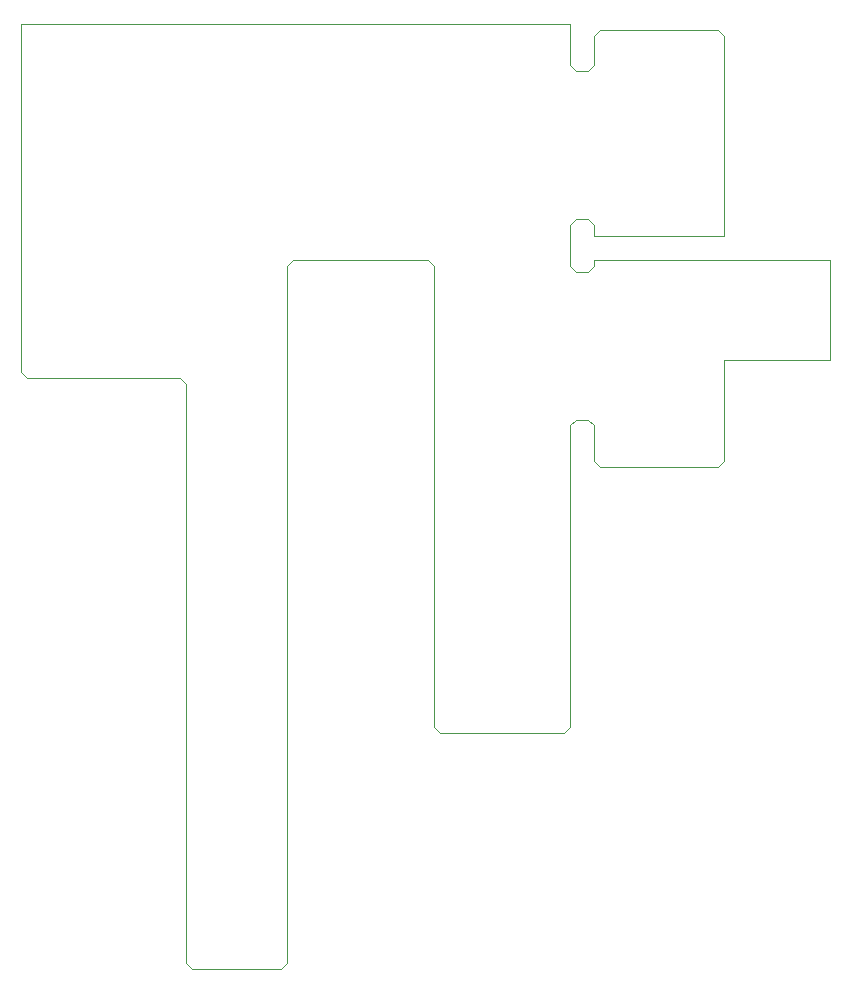
<source format=gm1>
G04 #@! TF.GenerationSoftware,KiCad,Pcbnew,(6.0.10-0)*
G04 #@! TF.CreationDate,2024-01-08T12:33:33+09:00*
G04 #@! TF.ProjectId,AutoFeeder_Drum-type,4175746f-4665-4656-9465-725f4472756d,02*
G04 #@! TF.SameCoordinates,Original*
G04 #@! TF.FileFunction,Profile,NP*
%FSLAX46Y46*%
G04 Gerber Fmt 4.6, Leading zero omitted, Abs format (unit mm)*
G04 Created by KiCad (PCBNEW (6.0.10-0)) date 2024-01-08 12:33:33*
%MOMM*%
%LPD*%
G01*
G04 APERTURE LIST*
G04 #@! TA.AperFunction,Profile*
%ADD10C,0.100000*%
G04 #@! TD*
G04 APERTURE END LIST*
D10*
X183500000Y-93500000D02*
X183000000Y-94000000D01*
X195500000Y-97500000D02*
X196000000Y-97000002D01*
X185500000Y-60500000D02*
X195500000Y-60500000D01*
X185000000Y-61000000D02*
X185500000Y-60500000D01*
X171500000Y-119500000D02*
X172000000Y-120000000D01*
X195500000Y-97500000D02*
X185500000Y-97500002D01*
X184500000Y-81000000D02*
X185000000Y-80500000D01*
X136500000Y-60000000D02*
X183000000Y-60000000D01*
X171500000Y-80500000D02*
X171500000Y-119500000D01*
X159000000Y-80500000D02*
X159000000Y-139500000D01*
X196000000Y-97000002D02*
X196000000Y-88435120D01*
X184500000Y-76500000D02*
X185000000Y-77000000D01*
X183500000Y-64000000D02*
X183000000Y-63500000D01*
X183500000Y-76500000D02*
X184500000Y-76500000D01*
X171000000Y-80000000D02*
X171500000Y-80500000D01*
X184500000Y-64000000D02*
X185000000Y-63500000D01*
X185000000Y-80000000D02*
X205000000Y-80000000D01*
X196000000Y-61000000D02*
X196000000Y-78000000D01*
X183500000Y-76500000D02*
X183000000Y-77000000D01*
X185000000Y-94000000D02*
X185000000Y-97000002D01*
X183500000Y-64000000D02*
X184500000Y-64000000D01*
X137000000Y-90000000D02*
X150000000Y-90000000D01*
X183000000Y-94000000D02*
X183000000Y-119500000D01*
X171000000Y-80000000D02*
X159500000Y-80000000D01*
X150500000Y-139500000D02*
X151000000Y-140000000D01*
X205000000Y-88435120D02*
X196000000Y-88435120D01*
X158500000Y-140000000D02*
X159000000Y-139500000D01*
X183500000Y-93500000D02*
X184500000Y-93500000D01*
X151000000Y-140000000D02*
X158500000Y-140000000D01*
X185000000Y-80500000D02*
X185000000Y-80000000D01*
X185000000Y-97000002D02*
X185500000Y-97500002D01*
X150000000Y-90000000D02*
X150500000Y-90500000D01*
X150500000Y-90500000D02*
X150500000Y-139500000D01*
X159500000Y-80000000D02*
X159000000Y-80500000D01*
X183500000Y-81000000D02*
X183000000Y-80500000D01*
X183000000Y-77000000D02*
X183000000Y-80500000D01*
X196000000Y-78000000D02*
X185000000Y-78000000D01*
X136500000Y-89500000D02*
X137000000Y-90000000D01*
X184500000Y-93500000D02*
X185000000Y-94000000D01*
X183500000Y-81000000D02*
X184500000Y-81000000D01*
X172000000Y-120000000D02*
X182500000Y-120000000D01*
X205000000Y-80000000D02*
X205000000Y-88435120D01*
X136500000Y-60000000D02*
X136500000Y-89500000D01*
X185000000Y-77000000D02*
X185000000Y-78000000D01*
X183000000Y-60000000D02*
X183000000Y-63500000D01*
X182500000Y-120000000D02*
X183000000Y-119500000D01*
X195500000Y-60500000D02*
X196000000Y-61000000D01*
X185000000Y-61000000D02*
X185000000Y-63500000D01*
M02*

</source>
